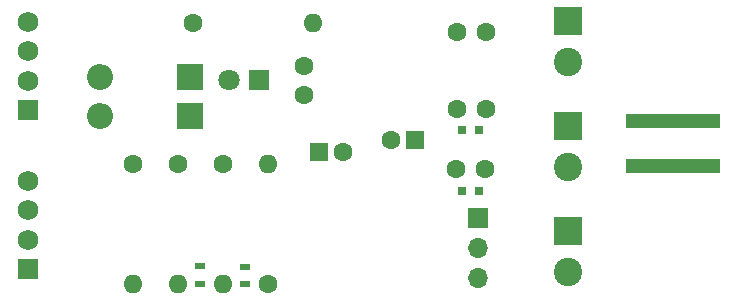
<source format=gbr>
G04 #@! TF.GenerationSoftware,KiCad,Pcbnew,(5.0.0-rc2-dev-107-g49486b83b)*
G04 #@! TF.CreationDate,2018-04-15T19:26:34+02:00*
G04 #@! TF.ProjectId,bobbycar,626F6262796361722E6B696361645F70,rev?*
G04 #@! TF.SameCoordinates,Original*
G04 #@! TF.FileFunction,Soldermask,Bot*
G04 #@! TF.FilePolarity,Negative*
%FSLAX46Y46*%
G04 Gerber Fmt 4.6, Leading zero omitted, Abs format (unit mm)*
G04 Created by KiCad (PCBNEW (5.0.0-rc2-dev-107-g49486b83b)) date Sun Apr 15 19:26:34 2018*
%MOMM*%
%LPD*%
G01*
G04 APERTURE LIST*
%ADD10O,1.600000X1.600000*%
%ADD11C,1.600000*%
%ADD12R,0.900000X0.500000*%
%ADD13R,0.800000X0.750000*%
%ADD14O,2.200000X2.200000*%
%ADD15R,2.200000X2.200000*%
%ADD16R,1.700000X1.700000*%
%ADD17O,1.700000X1.700000*%
%ADD18R,1.600000X1.600000*%
%ADD19C,1.750000*%
%ADD20R,1.750000X1.750000*%
%ADD21R,2.400000X2.400000*%
%ADD22C,2.400000*%
%ADD23R,1.800000X1.800000*%
%ADD24C,1.800000*%
%ADD25R,8.000000X1.270000*%
G04 APERTURE END LIST*
D10*
X123952000Y-100584000D03*
D11*
X123952000Y-110744000D03*
D12*
X122047000Y-110744000D03*
X122047000Y-109244000D03*
X118237000Y-110720000D03*
X118237000Y-109220000D03*
D13*
X140347000Y-97663000D03*
X141847000Y-97663000D03*
X140347000Y-102870000D03*
X141847000Y-102870000D03*
D14*
X109728000Y-93218000D03*
D15*
X117348000Y-93218000D03*
X117348000Y-96520000D03*
D14*
X109728000Y-96520000D03*
D16*
X141732000Y-105156000D03*
D17*
X141732000Y-107696000D03*
X141732000Y-110236000D03*
D11*
X139954000Y-95885000D03*
X142454000Y-95885000D03*
X120142000Y-100584000D03*
D10*
X120142000Y-110744000D03*
D11*
X117602000Y-88646000D03*
D10*
X127762000Y-88646000D03*
X112522000Y-110744000D03*
D11*
X112522000Y-100584000D03*
X116332000Y-100584000D03*
D10*
X116332000Y-110744000D03*
D11*
X130270000Y-99568000D03*
D18*
X128270000Y-99568000D03*
X136398000Y-98552000D03*
D11*
X134398000Y-98552000D03*
X139867000Y-100965000D03*
X142367000Y-100965000D03*
X127000000Y-94742000D03*
X127000000Y-92242000D03*
X142454000Y-89408000D03*
X139954000Y-89408000D03*
D19*
X103632000Y-88512000D03*
X103632000Y-91012000D03*
X103632000Y-93512000D03*
D20*
X103632000Y-96012000D03*
X103632000Y-109474000D03*
D19*
X103632000Y-106974000D03*
X103632000Y-104474000D03*
X103632000Y-101974000D03*
D21*
X149352000Y-106228000D03*
D22*
X149352000Y-109728000D03*
X149352000Y-91948000D03*
D21*
X149352000Y-88448000D03*
X149352000Y-97338000D03*
D22*
X149352000Y-100838000D03*
D23*
X123190000Y-93472000D03*
D24*
X120650000Y-93472000D03*
D25*
X158242000Y-96906000D03*
X158242000Y-100706000D03*
M02*

</source>
